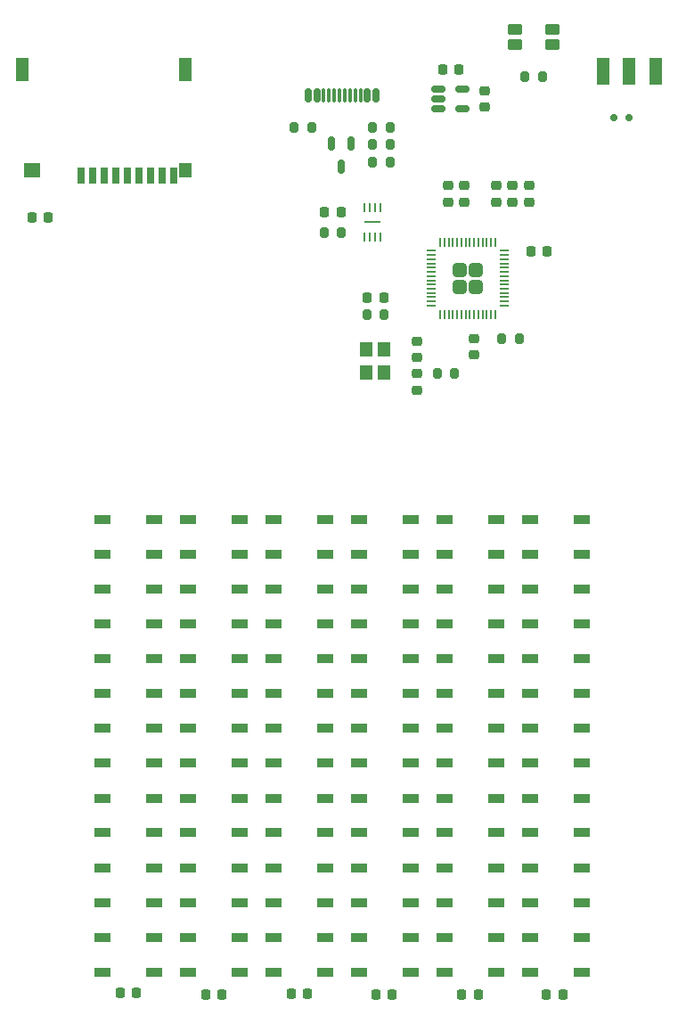
<source format=gbr>
%TF.GenerationSoftware,KiCad,Pcbnew,9.0.1*%
%TF.CreationDate,2025-04-15T01:10:53-06:00*%
%TF.ProjectId,zippy-badge,7a697070-792d-4626-9164-67652e6b6963,rev?*%
%TF.SameCoordinates,PX4d8ff50PY83b6430*%
%TF.FileFunction,Paste,Top*%
%TF.FilePolarity,Positive*%
%FSLAX46Y46*%
G04 Gerber Fmt 4.6, Leading zero omitted, Abs format (unit mm)*
G04 Created by KiCad (PCBNEW 9.0.1) date 2025-04-15 01:10:53*
%MOMM*%
%LPD*%
G01*
G04 APERTURE LIST*
G04 Aperture macros list*
%AMRoundRect*
0 Rectangle with rounded corners*
0 $1 Rounding radius*
0 $2 $3 $4 $5 $6 $7 $8 $9 X,Y pos of 4 corners*
0 Add a 4 corners polygon primitive as box body*
4,1,4,$2,$3,$4,$5,$6,$7,$8,$9,$2,$3,0*
0 Add four circle primitives for the rounded corners*
1,1,$1+$1,$2,$3*
1,1,$1+$1,$4,$5*
1,1,$1+$1,$6,$7*
1,1,$1+$1,$8,$9*
0 Add four rect primitives between the rounded corners*
20,1,$1+$1,$2,$3,$4,$5,0*
20,1,$1+$1,$4,$5,$6,$7,0*
20,1,$1+$1,$6,$7,$8,$9,0*
20,1,$1+$1,$8,$9,$2,$3,0*%
G04 Aperture macros list end*
%ADD10RoundRect,0.090000X-0.660000X-0.360000X0.660000X-0.360000X0.660000X0.360000X-0.660000X0.360000X0*%
%ADD11RoundRect,0.225000X0.225000X0.250000X-0.225000X0.250000X-0.225000X-0.250000X0.225000X-0.250000X0*%
%ADD12RoundRect,0.150000X0.150000X0.500000X-0.150000X0.500000X-0.150000X-0.500000X0.150000X-0.500000X0*%
%ADD13RoundRect,0.075000X0.075000X0.575000X-0.075000X0.575000X-0.075000X-0.575000X0.075000X-0.575000X0*%
%ADD14RoundRect,0.150000X-0.150000X0.512500X-0.150000X-0.512500X0.150000X-0.512500X0.150000X0.512500X0*%
%ADD15RoundRect,0.150000X-0.512500X-0.150000X0.512500X-0.150000X0.512500X0.150000X-0.512500X0.150000X0*%
%ADD16RoundRect,0.200000X0.200000X0.275000X-0.200000X0.275000X-0.200000X-0.275000X0.200000X-0.275000X0*%
%ADD17RoundRect,0.200000X-0.200000X-0.275000X0.200000X-0.275000X0.200000X0.275000X-0.200000X0.275000X0*%
%ADD18RoundRect,0.225000X-0.250000X0.225000X-0.250000X-0.225000X0.250000X-0.225000X0.250000X0.225000X0*%
%ADD19R,1.250000X2.500000*%
%ADD20RoundRect,0.225000X-0.225000X-0.250000X0.225000X-0.250000X0.225000X0.250000X-0.225000X0.250000X0*%
%ADD21R,1.200000X1.400000*%
%ADD22RoundRect,0.225000X0.250000X-0.225000X0.250000X0.225000X-0.250000X0.225000X-0.250000X-0.225000X0*%
%ADD23R,0.254000X0.812800*%
%ADD24R,1.600200X0.203200*%
%ADD25RoundRect,0.150000X-0.150000X-0.200000X0.150000X-0.200000X0.150000X0.200000X-0.150000X0.200000X0*%
%ADD26R,0.700000X1.600000*%
%ADD27R,1.200000X2.200000*%
%ADD28R,1.600000X1.400000*%
%ADD29RoundRect,0.249999X-0.395001X-0.395001X0.395001X-0.395001X0.395001X0.395001X-0.395001X0.395001X0*%
%ADD30RoundRect,0.050000X-0.387500X-0.050000X0.387500X-0.050000X0.387500X0.050000X-0.387500X0.050000X0*%
%ADD31RoundRect,0.050000X-0.050000X-0.387500X0.050000X-0.387500X0.050000X0.387500X-0.050000X0.387500X0*%
%ADD32RoundRect,0.250000X0.450000X0.275000X-0.450000X0.275000X-0.450000X-0.275000X0.450000X-0.275000X0*%
G04 APERTURE END LIST*
D10*
%TO.C,D5*%
X26240000Y28830000D03*
X26240000Y25530000D03*
X31140000Y25530000D03*
X31140000Y28830000D03*
%TD*%
%TO.C,D23*%
X50600000Y48690000D03*
X50600000Y45390000D03*
X55500000Y45390000D03*
X55500000Y48690000D03*
%TD*%
%TO.C,D18*%
X42480000Y35450000D03*
X42480000Y32150000D03*
X47380000Y32150000D03*
X47380000Y35450000D03*
%TD*%
%TO.C,D36*%
X58720000Y8970000D03*
X58720000Y5670000D03*
X63620000Y5670000D03*
X63620000Y8970000D03*
%TD*%
D11*
%TO.C,C17*%
X45720000Y3600000D03*
X44170000Y3600000D03*
%TD*%
D10*
%TO.C,D24*%
X50600000Y42070000D03*
X50600000Y38770000D03*
X55500000Y38770000D03*
X55500000Y42070000D03*
%TD*%
%TO.C,D7*%
X26240000Y15590000D03*
X26240000Y12290000D03*
X31140000Y12290000D03*
X31140000Y15590000D03*
%TD*%
D12*
%TO.C,J2*%
X52180000Y88950000D03*
X51380000Y88950000D03*
D13*
X50230000Y88950000D03*
X49230000Y88950000D03*
X48730000Y88950000D03*
X47730000Y88950000D03*
D12*
X46580000Y88950000D03*
X45780000Y88950000D03*
X45780000Y88950000D03*
X46580000Y88950000D03*
D13*
X47230000Y88950000D03*
X48230000Y88950000D03*
X49730000Y88950000D03*
X50730000Y88950000D03*
D12*
X51380000Y88950000D03*
X52180000Y88950000D03*
%TD*%
D10*
%TO.C,D13*%
X34360000Y22210000D03*
X34360000Y18910000D03*
X39260000Y18910000D03*
X39260000Y22210000D03*
%TD*%
%TO.C,D42*%
X66840000Y15590000D03*
X66840000Y12290000D03*
X71740000Y12290000D03*
X71740000Y15590000D03*
%TD*%
%TO.C,D8*%
X26240000Y8970000D03*
X26240000Y5670000D03*
X31140000Y5670000D03*
X31140000Y8970000D03*
%TD*%
D14*
%TO.C,D44*%
X49870000Y84437500D03*
X47970000Y84437500D03*
X48920000Y82162500D03*
%TD*%
D10*
%TO.C,D2*%
X26240000Y48690000D03*
X26240000Y45390000D03*
X31140000Y45390000D03*
X31140000Y48690000D03*
%TD*%
D15*
%TO.C,U1*%
X58135000Y89570000D03*
X58135000Y88620000D03*
X58135000Y87670000D03*
X60410000Y87670000D03*
X60410000Y89570000D03*
%TD*%
D10*
%TO.C,D21*%
X42480000Y15590000D03*
X42480000Y12290000D03*
X47380000Y12290000D03*
X47380000Y15590000D03*
%TD*%
D16*
%TO.C,R1*%
X68010000Y90730000D03*
X66360000Y90730000D03*
%TD*%
D11*
%TO.C,C9*%
X60070000Y91390000D03*
X58520000Y91390000D03*
%TD*%
D17*
%TO.C,R8*%
X58040000Y62530000D03*
X59690000Y62530000D03*
%TD*%
D18*
%TO.C,C14*%
X65190000Y80390000D03*
X65190000Y78840000D03*
%TD*%
D10*
%TO.C,D43*%
X66840000Y8970000D03*
X66840000Y5670000D03*
X71740000Y5670000D03*
X71740000Y8970000D03*
%TD*%
D17*
%TO.C,R9*%
X51330000Y68120000D03*
X52980000Y68120000D03*
%TD*%
D10*
%TO.C,D15*%
X34360000Y8970000D03*
X34360000Y5670000D03*
X39260000Y5670000D03*
X39260000Y8970000D03*
%TD*%
%TO.C,D11*%
X34360000Y35450000D03*
X34360000Y32150000D03*
X39260000Y32150000D03*
X39260000Y35450000D03*
%TD*%
D18*
%TO.C,C11*%
X56140000Y65590000D03*
X56140000Y64040000D03*
%TD*%
D19*
%TO.C,SW2*%
X78780000Y91270000D03*
X76280000Y91270000D03*
X73780000Y91270000D03*
%TD*%
D10*
%TO.C,D14*%
X34360000Y15590000D03*
X34360000Y12290000D03*
X39260000Y12290000D03*
X39260000Y15590000D03*
%TD*%
D11*
%TO.C,C5*%
X68480000Y74180000D03*
X66930000Y74180000D03*
%TD*%
D10*
%TO.C,D34*%
X58720000Y22210000D03*
X58720000Y18910000D03*
X63620000Y18910000D03*
X63620000Y22210000D03*
%TD*%
D20*
%TO.C,C12*%
X47325000Y77890000D03*
X48875000Y77890000D03*
%TD*%
D21*
%TO.C,Y1*%
X52990000Y62630000D03*
X52990000Y64830000D03*
X51290000Y64830000D03*
X51290000Y62630000D03*
%TD*%
D10*
%TO.C,D25*%
X50600000Y35450000D03*
X50600000Y32150000D03*
X55500000Y32150000D03*
X55500000Y35450000D03*
%TD*%
%TO.C,D26*%
X50600000Y28830000D03*
X50600000Y25530000D03*
X55500000Y25530000D03*
X55500000Y28830000D03*
%TD*%
%TO.C,D22*%
X42480000Y8970000D03*
X42480000Y5670000D03*
X47380000Y5670000D03*
X47380000Y8970000D03*
%TD*%
%TO.C,D41*%
X66840000Y22210000D03*
X66840000Y18910000D03*
X71740000Y18910000D03*
X71740000Y22210000D03*
%TD*%
D11*
%TO.C,C16*%
X37570000Y3580000D03*
X36020000Y3580000D03*
%TD*%
D10*
%TO.C,D32*%
X58720000Y35450000D03*
X58720000Y32150000D03*
X63620000Y32150000D03*
X63620000Y35450000D03*
%TD*%
D22*
%TO.C,C6*%
X61515000Y64305000D03*
X61515000Y65855000D03*
%TD*%
D23*
%TO.C,U3*%
X51094998Y75513200D03*
X51594999Y75513200D03*
X52094999Y75513200D03*
X52595000Y75513200D03*
X52595000Y78310000D03*
X52094999Y78310000D03*
X51594999Y78310000D03*
X51094998Y78310000D03*
D24*
X51844999Y76911600D03*
%TD*%
D25*
%TO.C,D1*%
X76230000Y86890000D03*
X74830000Y86890000D03*
%TD*%
D26*
%TO.C,J1*%
X24160000Y81330000D03*
X25260000Y81330000D03*
X26360000Y81330000D03*
X27460000Y81330000D03*
X28560000Y81330000D03*
X29660000Y81330000D03*
X30760000Y81330000D03*
X31860000Y81330000D03*
X32960000Y81330000D03*
D21*
X34110000Y81830000D03*
D27*
X34110000Y91430000D03*
D28*
X19510000Y81830000D03*
D27*
X18610000Y91430000D03*
%TD*%
D10*
%TO.C,D3*%
X26240000Y42070000D03*
X26240000Y38770000D03*
X31140000Y38770000D03*
X31140000Y42070000D03*
%TD*%
%TO.C,D37*%
X66840000Y48690000D03*
X66840000Y45390000D03*
X71740000Y45390000D03*
X71740000Y48690000D03*
%TD*%
D22*
%TO.C,C10*%
X62560000Y87830000D03*
X62560000Y89380000D03*
%TD*%
D10*
%TO.C,D6*%
X26240000Y22210000D03*
X26240000Y18910000D03*
X31140000Y18910000D03*
X31140000Y22210000D03*
%TD*%
D17*
%TO.C,R3*%
X51885000Y85900000D03*
X53535000Y85900000D03*
%TD*%
D10*
%TO.C,D17*%
X42480000Y42070000D03*
X42480000Y38770000D03*
X47380000Y38770000D03*
X47380000Y42070000D03*
%TD*%
%TO.C,D33*%
X58720000Y28830000D03*
X58720000Y25530000D03*
X63620000Y25530000D03*
X63620000Y28830000D03*
%TD*%
D17*
%TO.C,R2*%
X64180000Y65820000D03*
X65830000Y65820000D03*
%TD*%
D10*
%TO.C,D28*%
X50600000Y15590000D03*
X50600000Y12290000D03*
X55500000Y12290000D03*
X55500000Y15590000D03*
%TD*%
%TO.C,D35*%
X58720000Y15590000D03*
X58720000Y12290000D03*
X63620000Y12290000D03*
X63620000Y15590000D03*
%TD*%
D29*
%TO.C,U2*%
X60125000Y72397500D03*
X60125000Y70797500D03*
X61725000Y72397500D03*
X61725000Y70797500D03*
D30*
X57487500Y74197500D03*
X57487500Y73797500D03*
X57487500Y73397500D03*
X57487500Y72997500D03*
X57487500Y72597500D03*
X57487500Y72197500D03*
X57487500Y71797500D03*
X57487500Y71397500D03*
X57487500Y70997500D03*
X57487500Y70597500D03*
X57487500Y70197500D03*
X57487500Y69797500D03*
X57487500Y69397500D03*
X57487500Y68997500D03*
D31*
X58325000Y68160000D03*
X58725000Y68160000D03*
X59125000Y68160000D03*
X59525000Y68160000D03*
X59925000Y68160000D03*
X60325000Y68160000D03*
X60725000Y68160000D03*
X61125000Y68160000D03*
X61525000Y68160000D03*
X61925000Y68160000D03*
X62325000Y68160000D03*
X62725000Y68160000D03*
X63125000Y68160000D03*
X63525000Y68160000D03*
D30*
X64362500Y68997500D03*
X64362500Y69397500D03*
X64362500Y69797500D03*
X64362500Y70197500D03*
X64362500Y70597500D03*
X64362500Y70997500D03*
X64362500Y71397500D03*
X64362500Y71797500D03*
X64362500Y72197500D03*
X64362500Y72597500D03*
X64362500Y72997500D03*
X64362500Y73397500D03*
X64362500Y73797500D03*
X64362500Y74197500D03*
D31*
X63525000Y75035000D03*
X63125000Y75035000D03*
X62725000Y75035000D03*
X62325000Y75035000D03*
X61925000Y75035000D03*
X61525000Y75035000D03*
X61125000Y75035000D03*
X60725000Y75035000D03*
X60325000Y75035000D03*
X59925000Y75035000D03*
X59525000Y75035000D03*
X59125000Y75035000D03*
X58725000Y75035000D03*
X58325000Y75035000D03*
%TD*%
D17*
%TO.C,R5*%
X51885000Y82650000D03*
X53535000Y82650000D03*
%TD*%
D18*
%TO.C,C7*%
X59020000Y80390000D03*
X59020000Y78840000D03*
%TD*%
D10*
%TO.C,D10*%
X34360000Y42070000D03*
X34360000Y38770000D03*
X39260000Y38770000D03*
X39260000Y42070000D03*
%TD*%
D18*
%TO.C,C3*%
X60605000Y80390000D03*
X60605000Y78840000D03*
%TD*%
D16*
%TO.C,R7*%
X48915000Y75920000D03*
X47265000Y75920000D03*
%TD*%
D11*
%TO.C,C15*%
X29450000Y3670000D03*
X27900000Y3670000D03*
%TD*%
D22*
%TO.C,C13*%
X56140000Y60980000D03*
X56140000Y62530000D03*
%TD*%
D18*
%TO.C,C4*%
X66780000Y80390000D03*
X66780000Y78840000D03*
%TD*%
D10*
%TO.C,D9*%
X34360000Y48690000D03*
X34360000Y45390000D03*
X39260000Y45390000D03*
X39260000Y48690000D03*
%TD*%
D20*
%TO.C,C2*%
X51380000Y69730000D03*
X52930000Y69730000D03*
%TD*%
D10*
%TO.C,D38*%
X66840000Y42070000D03*
X66840000Y38770000D03*
X71740000Y38770000D03*
X71740000Y42070000D03*
%TD*%
D32*
%TO.C,SW1*%
X68970000Y93790000D03*
X65370000Y93790000D03*
X68970000Y95230000D03*
X65370000Y95230000D03*
%TD*%
D10*
%TO.C,D16*%
X42480000Y48690000D03*
X42480000Y45390000D03*
X47380000Y45390000D03*
X47380000Y48690000D03*
%TD*%
D18*
%TO.C,C8*%
X63605000Y80390000D03*
X63605000Y78840000D03*
%TD*%
D10*
%TO.C,D4*%
X26240000Y35450000D03*
X26240000Y32150000D03*
X31140000Y32150000D03*
X31140000Y35450000D03*
%TD*%
%TO.C,D20*%
X42480000Y22210000D03*
X42480000Y18910000D03*
X47380000Y18910000D03*
X47380000Y22210000D03*
%TD*%
D11*
%TO.C,C18*%
X53740000Y3540000D03*
X52190000Y3540000D03*
%TD*%
D16*
%TO.C,R4*%
X46085000Y85880000D03*
X44435000Y85880000D03*
%TD*%
D10*
%TO.C,D12*%
X34360000Y28830000D03*
X34360000Y25530000D03*
X39260000Y25530000D03*
X39260000Y28830000D03*
%TD*%
D11*
%TO.C,C19*%
X61910000Y3560000D03*
X60360000Y3560000D03*
%TD*%
D16*
%TO.C,R6*%
X53535000Y84275000D03*
X51885000Y84275000D03*
%TD*%
D10*
%TO.C,D40*%
X66840000Y28830000D03*
X66840000Y25530000D03*
X71740000Y25530000D03*
X71740000Y28830000D03*
%TD*%
D20*
%TO.C,C1*%
X19510000Y77400000D03*
X21060000Y77400000D03*
%TD*%
D10*
%TO.C,D19*%
X42480000Y28830000D03*
X42480000Y25530000D03*
X47380000Y25530000D03*
X47380000Y28830000D03*
%TD*%
%TO.C,D30*%
X58720000Y48690000D03*
X58720000Y45390000D03*
X63620000Y45390000D03*
X63620000Y48690000D03*
%TD*%
%TO.C,D27*%
X50600000Y22210000D03*
X50600000Y18910000D03*
X55500000Y18910000D03*
X55500000Y22210000D03*
%TD*%
%TO.C,D29*%
X50600000Y8970000D03*
X50600000Y5670000D03*
X55500000Y5670000D03*
X55500000Y8970000D03*
%TD*%
%TO.C,D31*%
X58720000Y42070000D03*
X58720000Y38770000D03*
X63620000Y38770000D03*
X63620000Y42070000D03*
%TD*%
D11*
%TO.C,C20*%
X69950000Y3540000D03*
X68400000Y3540000D03*
%TD*%
D10*
%TO.C,D39*%
X66840000Y35450000D03*
X66840000Y32150000D03*
X71740000Y32150000D03*
X71740000Y35450000D03*
%TD*%
M02*

</source>
